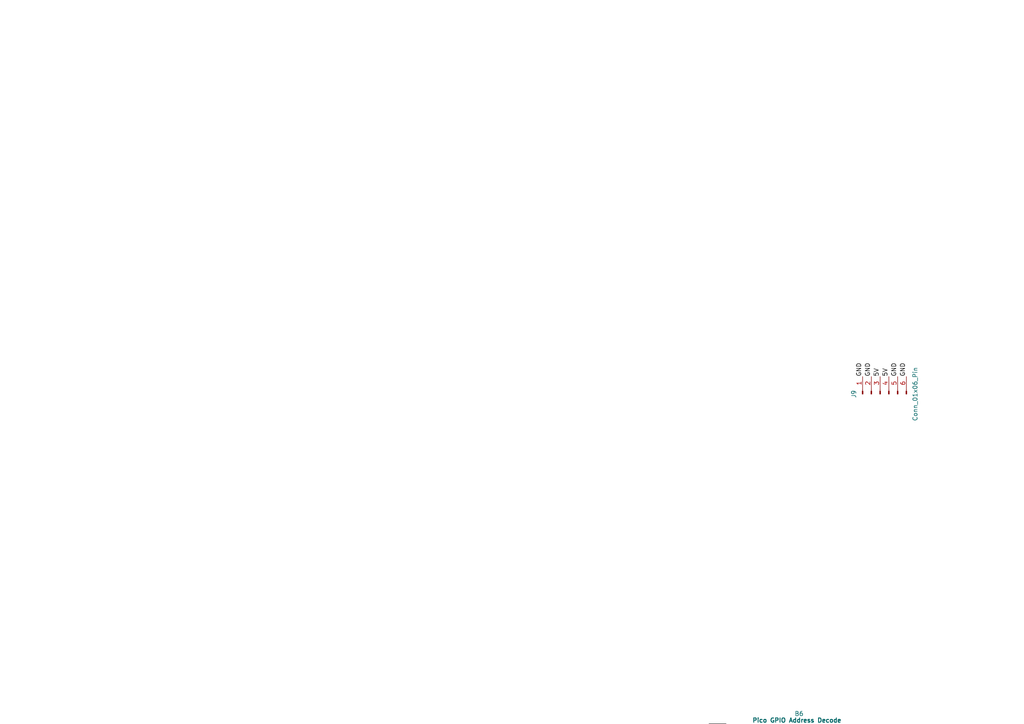
<source format=kicad_sch>
(kicad_sch (version 20231120) (generator "eeschema") (generator_version "8.0")
  (paper "A4")
  (lib_symbols
    (symbol "Connector:Conn_01x06_Pin" (pin_names (offset 1.016) hide)
      (property "Reference" "J" (at 0 7.62 0))
      (property "Value" "Conn_01x06_Pin" (at 0 -10.16 0))
      (symbol "Conn_01x06_Pin_1_1"
        (polyline (pts (xy 1.27 -7.62) (xy 0.8636 -7.62)) (stroke (width 0.1524)))
        (polyline (pts (xy 1.27 -5.08) (xy 0.8636 -5.08)) (stroke (width 0.1524)))
        (polyline (pts (xy 1.27 -2.54) (xy 0.8636 -2.54)) (stroke (width 0.1524)))
        (polyline (pts (xy 1.27 0) (xy 0.8636 0)) (stroke (width 0.1524)))
        (polyline (pts (xy 1.27 2.54) (xy 0.8636 2.54)) (stroke (width 0.1524)))
        (polyline (pts (xy 1.27 5.08) (xy 0.8636 5.08)) (stroke (width 0.1524)))
        (rectangle (start 0.8636 -7.493) (end 0 -7.747) (stroke (width 0.1524)) (fill (type outline)))
        (rectangle (start 0.8636 -4.953) (end 0 -5.207) (stroke (width 0.1524)) (fill (type outline)))
        (rectangle (start 0.8636 -2.413) (end 0 -2.667) (stroke (width 0.1524)) (fill (type outline)))
        (rectangle (start 0.8636 0.127) (end 0 -0.127) (stroke (width 0.1524)) (fill (type outline)))
        (rectangle (start 0.8636 2.667) (end 0 2.413) (stroke (width 0.1524)) (fill (type outline)))
        (rectangle (start 0.8636 5.207) (end 0 4.953) (stroke (width 0.1524)) (fill (type outline)))
        (pin passive line (at 5.08 5.08 180) (length 3.81) (name "Pin_1") (number "1"))
        (pin passive line (at 5.08 2.54 180) (length 3.81) (name "Pin_2") (number "2"))
        (pin passive line (at 5.08 0 180) (length 3.81) (name "Pin_3") (number "3"))
        (pin passive line (at 5.08 -2.54 180) (length 3.81) (name "Pin_4") (number "4"))
        (pin passive line (at 5.08 -5.08 180) (length 3.81) (name "Pin_5") (number "5"))
        (pin passive line (at 5.08 -7.62 180) (length 3.81) (name "Pin_6") (number "6"))
      )
    )
    (symbol "Connector:Conn_01x16_Pin" (pin_names (offset 1.016) hide)
      (property "Reference" "J" (at 0 20.32 0))
      (property "Value" "Conn_01x16_Pin" (at 0 -22.86 0))
      (symbol "Conn_01x16_Pin_1_1"
        (polyline (pts (xy 1.27 -20.32) (xy 0.8636 -20.32)) (stroke (width 0.1524)))
        (polyline (pts (xy 1.27 -17.78) (xy 0.8636 -17.78)) (stroke (width 0.1524)))
        (polyline (pts (xy 1.27 -15.24) (xy 0.8636 -15.24)) (stroke (width 0.1524)))
        (polyline (pts (xy 1.27 -12.7) (xy 0.8636 -12.7)) (stroke (width 0.1524)))
        (polyline (pts (xy 1.27 -10.16) (xy 0.8636 -10.16)) (stroke (width 0.1524)))
        (polyline (pts (xy 1.27 -7.62) (xy 0.8636 -7.62)) (stroke (width 0.1524)))
        (polyline (pts (xy 1.27 -5.08) (xy 0.8636 -5.08)) (stroke (width 0.1524)))
        (polyline (pts (xy 1.27 -2.54) (xy 0.8636 -2.54)) (stroke (width 0.1524)))
        (polyline (pts (xy 1.27 0) (xy 0.8636 0)) (stroke (width 0.1524)))
        (polyline (pts (xy 1.27 2.54) (xy 0.8636 2.54)) (stroke (width 0.1524)))
        (polyline (pts (xy 1.27 5.08) (xy 0.8636 5.08)) (stroke (width 0.1524)))
        (polyline (pts (xy 1.27 7.62) (xy 0.8636 7.62)) (stroke (width 0.1524)))
        (polyline (pts (xy 1.27 10.16) (xy 0.8636 10.16)) (stroke (width 0.1524)))
        (polyline (pts (xy 1.27 12.7) (xy 0.8636 12.7)) (stroke (width 0.1524)))
        (polyline (pts (xy 1.27 15.24) (xy 0.8636 15.24)) (stroke (width 0.1524)))
        (polyline (pts (xy 1.27 17.78) (xy 0.8636 17.78)) (stroke (width 0.1524)))
        (rectangle (start 0.8636 -20.193) (end 0 -20.447) (stroke (width 0.1524)) (fill (type outline)))
        (rectangle (start 0.8636 -17.653) (end 0 -17.907) (stroke (width 0.1524)) (fill (type outline)))
        (rectangle (start 0.8636 -15.113) (end 0 -15.367) (stroke (width 0.1524)) (fill (type outline)))
        (rectangle (start 0.8636 -12.573) (end 0 -12.827) (stroke (width 0.1524)) (fill (type outline)))
        (rectangle (start 0.8636 -10.033) (end 0 -10.287) (stroke (width 0.1524)) (fill (type outline)))
        (rectangle (start 0.8636 -7.493) (end 0 -7.747) (stroke (width 0.1524)) (fill (type outline)))
        (rectangle (start 0.8636 -4.953) (end 0 -5.207) (stroke (width 0.1524)) (fill (type outline)))
        (rectangle (start 0.8636 -2.413) (end 0 -2.667) (stroke (width 0.1524)) (fill (type outline)))
        (rectangle (start 0.8636 0.127) (end 0 -0.127) (stroke (width 0.1524)) (fill (type outline)))
        (rectangle (start 0.8636 2.667) (end 0 2.413) (stroke (width 0.1524)) (fill (type outline)))
        (rectangle (start 0.8636 5.207) (end 0 4.953) (stroke (width 0.1524)) (fill (type outline)))
        (rectangle (start 0.8636 7.747) (end 0 7.493) (stroke (width 0.1524)) (fill (type outline)))
        (rectangle (start 0.8636 10.287) (end 0 10.033) (stroke (width 0.1524)) (fill (type outline)))
        (rectangle (start 0.8636 12.827) (end 0 12.573) (stroke (width 0.1524)) (fill (type outline)))
        (rectangle (start 0.8636 15.367) (end 0 15.113) (stroke (width 0.1524)) (fill (type outline)))
        (rectangle (start 0.8636 17.907) (end 0 17.653) (stroke (width 0.1524)) (fill (type outline)))
        (pin passive line (at 5.08 17.78 180) (length 3.81) (name "Pin_1") (number "1"))
        (pin passive line (at 5.08 -5.08 180) (length 3.81) (name "Pin_10") (number "10"))
        (pin passive line (at 5.08 -7.62 180) (length 3.81) (name "Pin_11") (number "11"))
        (pin passive line (at 5.08 -10.16 180) (length 3.81) (name "Pin_12") (number "12"))
        (pin passive line (at 5.08 -12.7 180) (length 3.81) (name "Pin_13") (number "13"))
        (pin passive line (at 5.08 -15.24 180) (length 3.81) (name "Pin_14") (number "14"))
        (pin passive line (at 5.08 -17.78 180) (length 3.81) (name "Pin_15") (number "15"))
        (pin passive line (at 5.08 -20.32 180) (length 3.81) (name "Pin_16") (number "16"))
        (pin passive line (at 5.08 15.24 180) (length 3.81) (name "Pin_2") (number "2"))
        (pin passive line (at 5.08 12.7 180) (length 3.81) (name "Pin_3") (number "3"))
        (pin passive line (at 5.08 10.16 180) (length 3.81) (name "Pin_4") (number "4"))
        (pin passive line (at 5.08 7.62 180) (length 3.81) (name "Pin_5") (number "5"))
        (pin passive line (at 5.08 5.08 180) (length 3.81) (name "Pin_6") (number "6"))
        (pin passive line (at 5.08 2.54 180) (length 3.81) (name "Pin_7") (number "7"))
        (pin passive line (at 5.08 0 180) (length 3.81) (name "Pin_8") (number "8"))
        (pin passive line (at 5.08 -2.54 180) (length 3.81) (name "Pin_9") (number "9"))
      )
    )
    (symbol "HCP65:GPIO_16bit"
      (property "Reference" "B" (at 15.875 5.08 0))
      (property "Value" "GPIO 16bit" (at 15.24 3.175 0))
      (property "Description" "GPIO 16bit" (at 15.24 -25.4 0))
      (symbol "GPIO_16bit_0_1"
        (polyline (pts (xy 0 1.905) (xy 30.48 1.905) (xy 30.48 -52.07) (xy 0 -52.07) (xy 0 1.905)) (stroke (width 0.1524)) (fill (type background)))
      )
      (symbol "GPIO_16bit_1_0"
        (pin tri_state line (at 35.56 -30.48 180) (length 5.08) (name "GPIO8") (number "32"))
        (pin tri_state line (at 35.56 -33.02 180) (length 5.08) (name "GPIO9") (number "33"))
        (pin passive line (at 35.56 -7.62 180) (length 5.08) hide (name "GND") (number "34"))
        (pin tri_state line (at 35.56 -35.56 180) (length 5.08) (name "GPIO10") (number "35"))
        (pin tri_state line (at 35.56 -38.1 180) (length 5.08) (name "GPIO11") (number "36"))
        (pin tri_state line (at 35.56 -40.64 180) (length 5.08) (name "GPIO12") (number "37"))
        (pin tri_state line (at 35.56 -43.18 180) (length 5.08) (name "GPIO13") (number "38"))
        (pin tri_state line (at 35.56 -45.72 180) (length 5.08) (name "GPIO14") (number "39"))
      )
      (symbol "GPIO_16bit_1_1"
        (pin input line (at -5.08 -10.16 0) (length 5.08) (name "Read_GD__{0..7}") (number "1"))
        (pin tri_state line (at 11.43 -57.15 90) (length 5.08) (name "D5") (number "10"))
        (pin tri_state line (at 13.97 -57.15 90) (length 5.08) (name "D4") (number "11"))
        (pin tri_state line (at 16.51 -57.15 90) (length 5.08) (name "D3") (number "12"))
        (pin tri_state line (at 19.05 -57.15 90) (length 5.08) (name "D2") (number "13"))
        (pin passive line (at 35.56 -2.54 180) (length 5.08) hide (name "GND") (number "14"))
        (pin tri_state line (at 21.59 -57.15 90) (length 5.08) (name "D1") (number "15"))
        (pin tri_state line (at 24.13 -57.15 90) (length 5.08) (name "D0") (number "16"))
        (pin input line (at -5.08 -15.24 0) (length 5.08) (name "Write_GD__{0..7}") (number "17"))
        (pin input line (at -5.08 -17.78 0) (length 5.08) (name "Write_GD__{8..15}") (number "18"))
        (pin input line (at -5.08 -20.32 0) (length 5.08) (name "Write_OE__{0..7}") (number "19"))
        (pin input line (at -5.08 -12.7 0) (length 5.08) (name "Read_GD__{8..15}") (number "2"))
        (pin input line (at -5.08 -22.86 0) (length 5.08) (name "Write_OE__{8..15}") (number "20"))
        (pin no_connect line (at -5.08 -43.18 0) (length 5.08) hide (name "N.C.") (number "21"))
        (pin tri_state line (at 35.56 -10.16 180) (length 5.08) (name "GPIO0") (number "22"))
        (pin passive line (at -5.08 -48.26 0) (length 5.08) hide (name "5V") (number "23"))
        (pin tri_state line (at 35.56 -12.7 180) (length 5.08) (name "GPIO1") (number "24"))
        (pin tri_state line (at 35.56 -15.24 180) (length 5.08) (name "GPIO2") (number "25"))
        (pin tri_state line (at 35.56 -17.78 180) (length 5.08) (name "GPIO3") (number "26"))
        (pin passive line (at 35.56 -5.08 180) (length 5.08) hide (name "GND") (number "27"))
        (pin tri_state line (at 35.56 -20.32 180) (length 5.08) (name "GPIO4") (number "28"))
        (pin tri_state line (at 35.56 -22.86 180) (length 5.08) (name "GPIO5") (number "29"))
        (pin passive line (at -5.08 -45.72 0) (length 5.08) hide (name "5V") (number "3"))
        (pin tri_state line (at 35.56 -25.4 180) (length 5.08) (name "GPIO6") (number "30"))
        (pin tri_state line (at 35.56 -27.94 180) (length 5.08) (name "GPIO7") (number "31"))
        (pin input line (at -5.08 -2.54 0) (length 5.08) (name "Read") (number "4"))
        (pin tri_state line (at 35.56 -48.26 180) (length 5.08) (name "GPIO15") (number "40"))
        (pin input line (at -5.08 -5.08 0) (length 5.08) (name "Write") (number "5"))
        (pin input line (at -5.08 0 0) (length 5.08) (name "Enable") (number "6"))
        (pin passive line (at 35.56 0 180) (length 5.08) hide (name "GND") (number "7"))
        (pin tri_state line (at 6.35 -57.15 90) (length 5.08) (name "D7") (number "8"))
        (pin tri_state line (at 8.89 -57.15 90) (length 5.08) (name "D6") (number "9"))
      )
    )
    (symbol "HCP65:Pico_GPIO_Address_Decode"
      (property "Reference" "B" (at 15.875 5.08 0))
      (property "Value" "Pico GPIO Address Decode" (at 15.24 3.175 0))
      (property "Description" "Pico GPIO Address Decode" (at 15.24 -30.48 0))
      (symbol "Pico_GPIO_Address_Decode_0_1"
        (polyline (pts (xy 0 1.905) (xy 30.48 1.905) (xy 30.48 -75.565) (xy 0 -75.565) (xy 0 1.905)) (stroke (width 0.1524)) (fill (type background)))
      )
      (symbol "Pico_GPIO_Address_Decode_1_0"
        (pin output line (at 35.56 -73.66 180) (length 5.08) (name "Read_GD__{0..7}") (number "32"))
        (pin output line (at 35.56 -71.12 180) (length 5.08) (name "Read_GD__{8..15}") (number "33"))
        (pin output line (at 35.56 -68.58 180) (length 5.08) (name "Read_GD__{16..23}") (number "34"))
        (pin output line (at 35.56 -66.04 180) (length 5.08) (name "Read_GD__{24..31}") (number "35"))
        (pin output line (at 35.56 -63.5 180) (length 5.08) (name "Read_GD__{32..39}") (number "36"))
        (pin output line (at 35.56 -60.96 180) (length 5.08) (name "Read_GD__{40..47}") (number "37"))
        (pin output line (at 35.56 -58.42 180) (length 5.08) (name "Read_GD__{48..55}") (number "38"))
        (pin output line (at 35.56 -55.88 180) (length 5.08) (name "Read_GD__{56..63}") (number "39"))
      )
      (symbol "Pico_GPIO_Address_Decode_1_1"
        (pin input line (at -5.08 0 0) (length 5.08) (name "~{Reset}") (number "1"))
        (pin output line (at 35.56 -10.16 180) (length 5.08) (name "Write_OE__{56..63}") (number "10"))
        (pin output line (at 35.56 -12.7 180) (length 5.08) (name "Write_OE__{48..55}") (number "11"))
        (pin output line (at 35.56 -15.24 180) (length 5.08) (name "Write_OE__{40..47}") (number "12"))
        (pin output line (at 35.56 -17.78 180) (length 5.08) (name "Write_OE__{32..39}") (number "13"))
        (pin output line (at 35.56 -20.32 180) (length 5.08) (name "Write_OE__{24..31}") (number "14"))
        (pin output line (at 35.56 -22.86 180) (length 5.08) (name "Write_OE__{16..23}") (number "15"))
        (pin output line (at 35.56 -25.4 180) (length 5.08) (name "Write_OE__{8..15}") (number "16"))
        (pin output line (at 35.56 -27.94 180) (length 5.08) (name "Write_OE__{0..7}") (number "17"))
        (pin no_connect line (at -5.08 -68.58 0) (length 5.08) hide (name "N.C.") (number "18"))
        (pin input line (at -5.08 -17.78 0) (length 5.08) (name "Write_Enable") (number "19"))
        (pin no_connect line (at -5.08 -63.5 0) (length 5.08) hide (name "N.C.") (number "2"))
        (pin passive line (at -5.08 -73.66 0) (length 5.08) (name "3.3V") (number "20"))
        (pin passive line (at 35.56 0 180) (length 5.08) (name "GND") (number "21"))
        (pin output line (at 35.56 -5.08 180) (length 5.08) (name "Enable") (number "22"))
        (pin no_connect line (at -5.08 -71.12 0) (length 5.08) hide (name "N.C.") (number "23"))
        (pin output line (at 35.56 -50.8 180) (length 5.08) (name "Write_GD__{0..7}") (number "24"))
        (pin output line (at 35.56 -48.26 180) (length 5.08) (name "Write_GD__{8..15}") (number "25"))
        (pin output line (at 35.56 -45.72 180) (length 5.08) (name "Write_GD__{16..23}") (number "26"))
        (pin output line (at 35.56 -43.18 180) (length 5.08) (name "Write_GD__{24..31}") (number "27"))
        (pin output line (at 35.56 -40.64 180) (length 5.08) (name "Write_GD__{32..39}") (number "28"))
        (pin output line (at 35.56 -38.1 180) (length 5.08) (name "Write_GD__{40..47}") (number "29"))
        (pin input line (at -5.08 -2.54 0) (length 5.08) (name "A_{Enable}") (number "3"))
        (pin output line (at 35.56 -35.56 180) (length 5.08) (name "Write_GD__{48..55}") (number "30"))
        (pin output line (at 35.56 -33.02 180) (length 5.08) (name "Write_GD__{56..63}") (number "31"))
        (pin input line (at -5.08 -5.08 0) (length 5.08) (name "A4") (number "4"))
        (pin passive line (at 35.56 -2.54 180) (length 5.08) (name "GND") (number "40"))
        (pin input line (at -5.08 -7.62 0) (length 5.08) (name "A3") (number "5"))
        (pin input line (at -5.08 -10.16 0) (length 5.08) (name "A2") (number "6"))
        (pin input line (at -5.08 -12.7 0) (length 5.08) (name "A1") (number "7"))
        (pin input line (at -5.08 -15.24 0) (length 5.08) (name "A0") (number "8"))
        (pin no_connect line (at -5.08 -66.04 0) (length 5.08) hide (name "N.C.") (number "9"))
      )
    )
    (symbol "HCP65:Pico_Power"
      (property "Reference" "B" (at 15.875 5.08 0))
      (property "Value" "Pico (Power)" (at 15.24 3.175 0))
      (property "Description" "Pico (Power)" (at 14.605 -12.7 0))
      (symbol "Pico_Power_0_1"
        (polyline (pts (xy 0 1.905) (xy 30.48 1.905) (xy 30.48 -65.405) (xy 0 -65.405) (xy 0 1.905)) (stroke (width 0.1524)) (fill (type background)))
      )
      (symbol "Pico_Power_1_0"
        (pin tri_state line (at -5.08 -50.8 0) (length 5.08) (name "GPIO20") (number "32"))
        (pin tri_state line (at -5.08 -48.26 0) (length 5.08) (name "GPIO19") (number "33"))
        (pin passive line (at 35.56 -7.62 180) (length 5.08) (name "GND") (number "34"))
        (pin tri_state line (at -5.08 -45.72 0) (length 5.08) (name "GPIO18") (number "35"))
        (pin no_connect line (at 35.56 -60.96 180) (length 5.08) hide (name "N.C.") (number "36"))
        (pin passive line (at 35.56 -20.32 180) (length 5.08) (name "A_GND") (number "37"))
        (pin passive line (at 35.56 -30.48 180) (length 5.08) (name "3.3V") (number "38"))
        (pin no_connect line (at 35.56 -63.5 180) (length 5.08) hide (name "N.C.") (number "39"))
      )
      (symbol "Pico_Power_1_1"
        (pin tri_state line (at -5.08 0 0) (length 5.08) (name "GPIO0") (number "1"))
        (pin tri_state line (at -5.08 -20.32 0) (length 5.08) (name "GPIO8") (number "10"))
        (pin tri_state line (at -5.08 -22.86 0) (length 5.08) (name "GPIO9") (number "11"))
        (pin tri_state line (at -5.08 -25.4 0) (length 5.08) (name "GPIO10") (number "12"))
        (pin tri_state line (at -5.08 -27.94 0) (length 5.08) (name "GPIO11") (number "13"))
        (pin passive line (at 35.56 -2.54 180) (length 5.08) (name "GND") (number "14"))
        (pin tri_state line (at -5.08 -30.48 0) (length 5.08) (name "GPIO12") (number "15"))
        (pin tri_state line (at -5.08 -33.02 0) (length 5.08) (name "GPIO13") (number "16"))
        (pin tri_state line (at -5.08 -35.56 0) (length 5.08) (name "GPIO14") (number "17"))
        (pin tri_state line (at -5.08 -38.1 0) (length 5.08) (name "GPIO15") (number "18"))
        (pin tri_state line (at -5.08 -40.64 0) (length 5.08) (name "GPIO16") (number "19"))
        (pin tri_state line (at -5.08 -2.54 0) (length 5.08) (name "GPIO1") (number "2"))
        (pin tri_state line (at -5.08 -43.18 0) (length 5.08) (name "GPIO17") (number "20"))
        (pin no_connect line (at 35.56 -55.88 180) (length 5.08) hide (name "N.C.") (number "21"))
        (pin passive line (at 35.56 -17.78 180) (length 5.08) (name "ADC_VREF") (number "22"))
        (pin passive line (at 35.56 -27.94 180) (length 5.08) (name "5V") (number "23"))
        (pin no_connect line (at 35.56 -58.42 180) (length 5.08) hide (name "N.C.") (number "24"))
        (pin output line (at 35.56 -12.7 180) (length 5.08) (name "~{Reset}") (number "25"))
        (pin tri_state line (at -5.08 -63.5 0) (length 5.08) (name "GPIO28") (number "26"))
        (pin passive line (at 35.56 -5.08 180) (length 5.08) (name "GND") (number "27"))
        (pin tri_state line (at -5.08 -60.96 0) (length 5.08) (name "GPIO27") (number "28"))
        (pin tri_state line (at -5.08 -58.42 0) (length 5.08) (name "GPIO26") (number "29"))
        (pin tri_state line (at -5.08 -5.08 0) (length 5.08) (name "GPIO2") (number "3"))
        (pin tri_state line (at -5.08 -55.88 0) (length 5.08) (name "GPIO22") (number "30"))
        (pin tri_state line (at -5.08 -53.34 0) (length 5.08) (name "GPIO21") (number "31"))
        (pin tri_state line (at -5.08 -7.62 0) (length 5.08) (name "GPIO3") (number "4"))
        (pin passive line (at 35.56 -25.4 180) (length 5.08) (name "12V") (number "40"))
        (pin tri_state line (at -5.08 -10.16 0) (length 5.08) (name "GPIO4") (number "5"))
        (pin tri_state line (at -5.08 -12.7 0) (length 5.08) (name "GPIO5") (number "6"))
        (pin passive line (at 35.56 0 180) (length 5.08) (name "GND") (number "7"))
        (pin tri_state line (at -5.08 -15.24 0) (length 5.08) (name "GPIO6") (number "8"))
        (pin tri_state line (at -5.08 -17.78 0) (length 5.08) (name "GPIO7") (number "9"))
      )
    )
  )
  (no_connect (at 134.62 217.17))
  (no_connect (at 175.26 234.95))
  (no_connect (at 134.62 224.79))
  (no_connect (at 134.62 219.71))
  (no_connect (at 134.62 227.33))
  (no_connect (at 134.62 222.25))
  (no_connect (at 134.62 232.41))
  (no_connect (at 175.26 237.49))
  (no_connect (at 134.62 234.95))
  (no_connect (at 134.62 229.87))
  (no_connect (at 175.26 242.57))
  (no_connect (at 134.62 257.81))
  (wire (pts (xy 353.06 191.77) (xy 373.38 191.77)))
  (wire (pts (xy 354.33 328.93) (xy 374.65 328.93)))
  (wire (pts (xy 354.33 273.05) (xy 374.65 273.05)))
  (wire (pts (xy 354.33 285.75) (xy 374.65 285.75)))
  (wire (pts (xy 353.06 123.19) (xy 373.38 123.19)))
  (wire (pts (xy 353.06 125.73) (xy 373.38 125.73)))
  (wire (pts (xy 353.06 146.05) (xy 373.38 146.05)))
  (wire (pts (xy 354.33 278.13) (xy 374.65 278.13)))
  (wire (pts (xy 353.06 217.17) (xy 373.38 217.17)))
  (wire (pts (xy 354.33 283.21) (xy 374.65 283.21)))
  (wire (pts (xy 353.06 196.85) (xy 373.38 196.85)))
  (wire (pts (xy 354.33 336.55) (xy 374.65 336.55)))
  (wire (pts (xy 354.33 339.09) (xy 374.65 339.09)))
  (wire (pts (xy 354.33 344.17) (xy 374.65 344.17)))
  (wire (pts (xy 354.33 334.01) (xy 374.65 334.01)))
  (wire (pts (xy 353.06 140.97) (xy 373.38 140.97)))
  (wire (pts (xy 353.06 181.61) (xy 373.38 181.61)))
  (wire (pts (xy 353.06 214.63) (xy 373.38 214.63)))
  (wire (pts (xy 353.06 194.31) (xy 373.38 194.31)))
  (wire (pts (xy 354.33 349.25) (xy 374.65 349.25)))
  (wire (pts (xy 353.06 212.09) (xy 373.38 212.09)))
  (wire (pts (xy 353.06 148.59) (xy 373.38 148.59)))
  (wire (pts (xy 353.06 110.49) (xy 373.38 110.49)))
  (wire (pts (xy 354.33 275.59) (xy 374.65 275.59)))
  (wire (pts (xy 354.33 265.43) (xy 374.65 265.43)))
  (wire (pts (xy 354.33 331.47) (xy 374.65 331.47)))
  (wire (pts (xy 353.06 118.11) (xy 373.38 118.11)))
  (wire (pts (xy 354.33 255.27) (xy 374.65 255.27)))
  (wire (pts (xy 354.33 250.19) (xy 374.65 250.19)))
  (wire (pts (xy 354.33 318.77) (xy 374.65 318.77)))
  (wire (pts (xy 354.33 321.31) (xy 374.65 321.31)))
  (wire (pts (xy 354.33 252.73) (xy 374.65 252.73)))
  (wire (pts (xy 353.06 113.03) (xy 373.38 113.03)))
  (wire (pts (xy 353.06 186.69) (xy 373.38 186.69)))
  (wire (pts (xy 354.33 257.81) (xy 374.65 257.81)))
  (wire (pts (xy 353.06 184.15) (xy 373.38 184.15)))
  (wire (pts (xy 354.33 341.63) (xy 374.65 341.63)))
  (wire (pts (xy 353.06 130.81) (xy 373.38 130.81)))
  (wire (pts (xy 354.33 270.51) (xy 374.65 270.51)))
  (wire (pts (xy 353.06 135.89) (xy 373.38 135.89)))
  (wire (pts (xy 353.06 201.93) (xy 373.38 201.93)))
  (wire (pts (xy 354.33 267.97) (xy 374.65 267.97)))
  (wire (pts (xy 353.06 120.65) (xy 373.38 120.65)))
  (wire (pts (xy 353.06 115.57) (xy 373.38 115.57)))
  (wire (pts (xy 353.06 207.01) (xy 373.38 207.01)))
  (wire (pts (xy 354.33 280.67) (xy 374.65 280.67)))
  (wire (pts (xy 354.33 326.39) (xy 374.65 326.39)))
  (wire (pts (xy 353.06 204.47) (xy 373.38 204.47)))
  (wire (pts (xy 354.33 247.65) (xy 374.65 247.65)))
  (wire (pts (xy 353.06 179.07) (xy 373.38 179.07)))
  (wire (pts (xy 354.33 260.35) (xy 374.65 260.35)))
  (wire (pts (xy 353.06 138.43) (xy 373.38 138.43)))
  (wire (pts (xy 354.33 346.71) (xy 374.65 346.71)))
  (wire (pts (xy 354.33 351.79) (xy 374.65 351.79)))
  (wire (pts (xy 354.33 262.89) (xy 374.65 262.89)))
  (wire (pts (xy 353.06 199.39) (xy 373.38 199.39)))
  (wire (pts (xy 354.33 323.85) (xy 374.65 323.85)))
  (wire (pts (xy 353.06 133.35) (xy 373.38 133.35)))
  (wire (pts (xy 354.33 316.23) (xy 374.65 316.23)))
  (wire (pts (xy 353.06 128.27) (xy 373.38 128.27)))
  (wire (pts (xy 353.06 143.51) (xy 373.38 143.51)))
  (wire (pts (xy 353.06 189.23) (xy 373.38 189.23)))
  (wire (pts (xy 353.06 209.55) (xy 373.38 209.55)))
  (wire (pts (xy 354.33 354.33) (xy 374.65 354.33)))
  (label "D0" (at 134.62 260.35 180))
  (label "GND" (at 175.26 222.25 0))
  (label "GPIO49" (at 354.33 318.77 0))
  (label "GPIO50" (at 354.33 321.31 0))
  (label "Enable" (at 312.42 100.33 180))
  (label "GPIO13" (at 353.06 143.51 0))
  (label "Write OE _{8..15}" (at 312.42 123.19 180))
  (label "D2" (at 337.82 363.22 270))
  (label "Write GD _{0..7}" (at 312.42 115.57 180))
  (label "Write GD _{40..47}" (at 313.69 255.27 180))
  (label "GPIO36" (at 354.33 257.81 0))
  (label "Read GD _{8..15}" (at 251.46 283.21 0))
  (label "5V" (at 313.69 354.33 180))
  (label "GPIO38" (at 354.33 262.89 0))
  (label "Write GD _{8..15}" (at 312.42 118.11 180))
  (label "GPIO32" (at 354.33 247.65 0))
  (label "GPIO2" (at 353.06 115.57 0))
  (label "GND" (at 354.33 242.57 0))
  (label "GND" (at 252.73 109.22 90))
  (label "D3" (at 134.62 267.97 180))
  (label "GND" (at 262.89 109.22 90))
  (label "GPIO1" (at 353.06 113.03 0))
  (label "Read GPIO _{ALL}" (at 313.69 308.61 180))
  (label "GPIO56" (at 354.33 336.55 0))
  (label "GND" (at 354.33 240.03 0))
  (label "Write GD _{8..15}" (at 251.46 260.35 0))
  (label "Enable" (at 312.42 168.91 180))
  (label "Read GD _{56..63}" (at 313.69 318.77 180))
  (label "A2" (at 134.62 245.11 180))
  (label "GPIO7" (at 353.06 128.27 0))
  (label "D0" (at 342.9 363.22 270))
  (label "GPIO53" (at 354.33 328.93 0))
  (label "Read GD _{16..23}" (at 312.42 179.07 180))
  (label "D4" (at 332.74 363.22 270))
  (label "GPIO16" (at 353.06 179.07 0))
  (label "A4" (at 134.62 250.19 180))
  (label "5V" (at 312.42 217.17 180))
  (label "Write OE _{48..55}" (at 313.69 326.39 180))
  (label "D3" (at 334.01 157.48 270))
  (label "Read GD _{40..47}" (at 251.46 273.05 0))
  (label "D5" (at 330.2 363.22 270))
  (label "5V" (at 175.26 245.11 0))
  (label "Write OE _{8..15}" (at 251.46 237.49 0))
  (label "Write GD _{32..39}" (at 313.69 252.73 180))
  (label "GPIO51" (at 354.33 323.85 0))
  (label "GPIO0" (at 353.06 110.49 0))
  (label "GPIO57" (at 354.33 339.09 0))
  (label "GPIO5" (at 353.06 123.19 0))
  (label "GPIO12" (at 353.06 140.97 0))
  (label "5V" (at 313.69 283.21 180))
  (label "Write OE _{24..31}" (at 251.46 232.41 0))
  (label "GPIO43" (at 354.33 275.59 0))
  (label "GPIO24" (at 353.06 199.39 0))
  (label "Write GD _{56..63}" (at 251.46 245.11 0))
  (label "5V" (at 313.69 285.75 180))
  (label "Write GD _{24..31}" (at 312.42 186.69 180))
  (label "GPIO14" (at 353.06 146.05 0))
  (label "GPIO37" (at 354.33 260.35 0))
  (label "GND" (at 251.46 214.63 0))
  (label "Write GD _{48..55}" (at 313.69 321.31 180))
  (label "Read GD _{56..63}" (at 251.46 267.97 0))
  (label "D4" (at 331.47 226.06 270))
  (label "GPIO6" (at 353.06 125.73 0))
  (label "D7" (at 134.62 278.13 180))
  (label "5V" (at 312.42 214.63 180))
  (label "Write OE _{40..47}" (at 313.69 260.35 180))
  (label "Write OE _{32..39}" (at 313.69 257.81 180))
  (label "GND" (at 353.06 102.87 0))
  (label "GPIO11" (at 353.06 138.43 0))
  (label "GND" (at 354.33 308.61 0))
  (label "GPIO59" (at 354.33 344.17 0))
  (label "D2" (at 336.55 226.06 270))
  (label "Read GD _{48..55}" (at 313.69 316.23 180))
  (label "GPIO61" (at 354.33 349.25 0))
  (label "GPIO33" (at 354.33 250.19 0))
  (label "GPIO29" (at 353.06 212.09 0))
  (label "Read GPIO _{ALL}" (at 312.42 102.87 180))
  (label "D6" (at 327.66 363.22 270))
  (label "GPIO30" (at 353.06 214.63 0))
  (label "Read GPIO _{ALL}" (at 134.62 252.73 180))
  (label "D0" (at 342.9 294.64 270))
  (label "Write GD _{0..7}" (at 251.46 262.89 0))
  (label "A4" (at 210.82 217.17 180))
  (label "D7" (at 325.12 363.22 270))
  (label "Write OE _{16..23}" (at 251.46 234.95 0))
  (label "Write GPIO _{ALL}" (at 313.69 311.15 180))
  (label "Read GD _{8..15}" (at 312.42 113.03 180))
  (label "D7" (at 323.85 226.06 270))
  (label "D5" (at 328.93 226.06 270))
  (label "GPIO35" (at 354.33 255.27 0))
  (label "GND" (at 353.06 105.41 0))
  (label "D1" (at 340.36 363.22 270))
  (label "GPIO40" (at 354.33 267.97 0))
  (label "Read GD _{24..31}" (at 312.42 181.61 180))
  (label "5V" (at 312.42 148.59 180))
  (label "D6" (at 327.66 294.64 270))
  (label "5V" (at 257.81 109.22 90))
  (label "GND" (at 354.33 311.15 0))
  (label "D5" (at 328.93 157.48 270))
  (label "GND" (at 353.06 107.95 0))
  (label "D5" (at 330.2 294.64 270))
  (label "GPIO22" (at 353.06 194.31 0))
  (label "D3" (at 334.01 226.06 270))
  (label "GPIO63" (at 354.33 354.33 0))
  (label "GND" (at 353.06 168.91 0))
  (label "D0" (at 341.63 157.48 270))
  (label "GND" (at 175.26 219.71 0))
  (label "Write GD _{48..55}" (at 251.46 247.65 0))
  (label "Write OE _{0..7}" (at 312.42 120.65 180))
  (label "3.3V" (at 210.82 285.75 180))
  (label "Read GD _{24..31}" (at 251.46 278.13 0))
  (label "GPIO31" (at 353.06 217.17 0))
  (label "GPIO39" (at 354.33 265.43 0))
  (label "Write GPIO _{ALL}" (at 134.62 255.27 180))
  (label "GND" (at 260.35 109.22 90))
  (label "D1" (at 339.09 226.06 270))
  (label "Read GD _{40..47}" (at 313.69 250.19 180))
  (label "A_{Enable}" (at 134.62 237.49 180))
  (label "D2" (at 336.55 157.48 270))
  (label "GPIO10" (at 353.06 135.89 0))
  (label "GPIO41" (at 354.33 270.51 0))
  (label "GPIO9" (at 353.06 133.35 0))
  (label "Read GD _{32..39}" (at 251.46 275.59 0))
  (label "D6" (at 326.39 226.06 270))
  (label "GND" (at 175.26 217.17 0))
  (label "GND" (at 353.06 176.53 0))
  (label "GPIO45" (at 354.33 280.67 0))
  (label "Write Enable" (at 134.62 280.67 180))
  (label "GPIO17" (at 353.06 181.61 0))
  (label "Write GD _{40..47}" (at 251.46 250.19 0))
  (label "A3" (at 210.82 219.71 180))
  (label "Read GPIO _{ALL}" (at 313.69 240.03 180))
  (label "D1" (at 134.62 262.89 180))
  (label "D1" (at 339.09 157.48 270))
  (label "GPIO54" (at 354.33 331.47 0))
  (label "D3" (at 335.28 294.64 270))
  (label "GND" (at 354.33 306.07 0))
  (label "GPIO25" (at 353.06 201.93 0))
  (label "3.3V" (at 175.26 247.65 0))
  (label "GPIO20" (at 353.06 189.23 0))
  (label "GPIO27" (at 353.06 207.01 0))
  (label "D0" (at 341.63 226.06 270))
  (label "A0" (at 210.82 227.33 180))
  (label "GPIO58" (at 354.33 341.63 0))
  (label "Write OE _{24..31}" (at 312.42 191.77 180))
  (label "D7" (at 323.85 157.48 270))
  (label "Write GD _{56..63}" (at 313.69 323.85 180))
  (label "GPIO55" (at 354.33 334.01 0))
  (label "Write GD _{32..39}" (at 251.46 252.73 0))
  (label "GPIO34" (at 354.33 252.73 0))
  (label "Write OE _{56..63}" (at 313.69 328.93 180))
  (label "D2" (at 134.62 265.43 180))
  (label "GPIO60" (at 354.33 346.71 0))
  (label "Write OE _{16..23}" (at 312.42 189.23 180))
  (label "Write OE _{0..7}" (at 251.46 240.03 0))
  (label "GPIO62" (at 354.33 351.79 0))
  (label "GPIO26" (at 353.06 204.47 0))
  (label "GND" (at 353.06 173.99 0))
  (label "D4" (at 332.74 294.64 270))
  (label "Write GPIO _{ALL}" (at 313.69 242.57 180))
  (label "GND" (at 354.33 237.49 0))
  (label "GPIO44" (at 354.33 278.13 0))
  (label "GPIO3" (at 353.06 118.11 0))
  (label "Write GPIO _{ALL}" (at 312.42 105.41 180))
  (label "Read GD _{16..23}" (at 251.46 280.67 0))
  (label "~{Reset}" (at 175.26 229.87 0))
  (label "GPIO28" (at 353.06 209.55 0))
  (label "D6" (at 326.39 157.48 270))
  (label "GPIO23" (at 353.06 196.85 0))
  (label "D5" (at 134.62 273.05 180))
  (label "5V" (at 312.42 146.05 180))
  (label "Write GD _{16..23}" (at 312.42 184.15 180))
  (label "GND" (at 175.26 224.79 0))
  (label "GND" (at 353.06 171.45 0))
  (label "D4" (at 134.62 270.51 180))
  (label "Read GD _{0..7}" (at 251.46 285.75 0))
  (label "GPIO15" (at 353.06 148.59 0))
  (label "D7" (at 325.12 294.64 270))
  (label "D6" (at 134.62 275.59 180))
  (label "D4" (at 331.47 157.48 270))
  (label "Write GD _{16..23}" (at 251.46 257.81 0))
  (label "GND" (at 353.06 100.33 0))
  (label "Write OE _{32..39}" (at 251.46 229.87 0))
  (label "Write GPIO _{ALL}" (at 312.42 173.99 180))
  (label "~{Reset}" (at 210.82 212.09 180))
  (label "GPIO19" (at 353.06 186.69 0))
  (label "A1" (at 134.62 242.57 180))
  (label "D3" (at 335.28 363.22 270))
  (label "GND" (at 354.33 245.11 0))
  (label "GND" (at 250.19 109.22 90))
  (label "Write GD _{24..31}" (at 251.46 255.27 0))
  (label "Write OE _{48..55}" (at 251.46 224.79 0))
  (label "Read GD _{48..55}" (at 251.46 270.51 0))
  (label "A3" (at 134.62 247.65 180))
  (label "GND" (at 354.33 313.69 0))
  (label "Write OE _{40..47}" (at 251.46 227.33 0))
  (label "GPIO21" (at 353.06 191.77 0))
  (label "Read GD _{32..39}" (at 313.69 247.65 180))
  (label "GND" (at 251.46 212.09 0))
  (label "A2" (at 210.82 222.25 180))
  (label "GPIO52" (at 354.33 326.39 0))
  (label "A0" (at 134.62 240.03 180))
  (label "GPIO42" (at 354.33 273.05 0))
  (label "GPIO18" (at 353.06 184.15 0))
  (label "5V" (at 255.27 109.22 90))
  (label "GPIO47" (at 354.33 285.75 0))
  (label "Write Enable" (at 210.82 229.87 180))
  (label "D1" (at 340.36 294.64 270))
  (label "GPIO8" (at 353.06 130.81 0))
  (label "Read GD _{0..7}" (at 312.42 110.49 180))
  (label "5V" (at 313.69 351.79 180))
  (label "A_{Enable}" (at 210.82 214.63 180))
  (label "GPIO48" (at 354.33 316.23 0))
  (label "A1" (at 210.82 224.79 180))
  (label "GPIO4" (at 353.06 120.65 0))
  (label "GPIO46" (at 354.33 283.21 0))
  (label "Enable" (at 313.69 237.49 180))
  (label "Read GPIO _{ALL}" (at 312.42 171.45 180))
  (label "D2" (at 337.82 294.64 270))
  (label "Enable" (at 251.46 217.17 0))
  (label "Write OE _{56..63}" (at 251.46 222.25 0))
  (label "Enable" (at 313.69 306.07 180))
  (symbol (lib_id "Connector:Conn_01x16_Pin") (at 379.73 265.43 0) (mirror y) (unit 1)
    (property "Reference" "J6" (at 379.73 245.11 0))
    (property "Value" "Conn_01x16_Pin" (at 379.73 288.29 0))
    (property "Footprint" "Connector_PinHeader_2.54mm:PinHeader_1x16_P2.54mm_Vertical" (effects (hide yes)))
    (property "Description" "Generic connector, single row, 01x16, script generated" (effects (hide yes)))
  )
  (symbol (lib_id "HCP65:Pico_GPIO_Address_Decode") (at 215.9 212.09 0) (unit 1)
    (property "Reference" "B6" (at 231.775 207.01 0))
    (property "Value" "Pico GPIO Address Decode" (at 231.14 208.915 0) (effects (font (bold yes))))
    (property "Footprint" "HCP65_Parts:HCP65_Pico_GPIO_Address_Decode" (effects (hide yes)))
    (property "Description" "Pico GPIO Address Decode" (at 231.14 242.57 0))
    (property "Silkscreen" "GPIO Address Decode" (effects (hide yes)))
    (property "Garbage" "Pico GPIO Address Decode" (effects (hide yes)))
  )
  (symbol (lib_id "Connector:Conn_01x16_Pin") (at 378.46 128.27 0) (mirror y) (unit 1)
    (property "Reference" "J4" (at 378.46 107.95 0))
    (property "Value" "Conn_01x16_Pin" (at 378.46 151.13 0))
    (property "Footprint" "Connector_PinHeader_2.54mm:PinHeader_1x16_P2.54mm_Vertical" (effects (hide yes)))
    (property "Description" "Generic connector, single row, 01x16, script generated" (effects (hide yes)))
  )
  (symbol (lib_id "Connector:Conn_01x16_Pin") (at 378.46 196.85 0) (mirror y) (unit 1)
    (property "Reference" "J5" (at 378.46 176.53 0))
    (property "Value" "Conn_01x16_Pin" (at 378.46 219.71 0))
    (property "Footprint" "Connector_PinHeader_2.54mm:PinHeader_1x16_P2.54mm_Vertical" (effects (hide yes)))
    (property "Description" "Generic connector, single row, 01x16, script generated" (effects (hide yes)))
  )
  (symbol (lib_id "Connector:Conn_01x06_Pin") (at 255.27 114.3 90) (unit 1)
    (property "Reference" "J9" (at 247.65 114.3 0))
    (property "Value" "Conn_01x06_Pin" (at 265.43 114.3 0))
    (property "Footprint" "Connector_PinHeader_2.54mm:PinHeader_1x06_P2.54mm_Vertical" (effects (hide yes)))
    (property "Description" "Generic connector, single row, 01x06, script generated" (effects (hide yes)))
  )
  (symbol (lib_id "HCP65:GPIO_16bit") (at 317.5 168.91 0) (unit 1)
    (property "Reference" "B2" (at 333.375 163.83 0))
    (property "Value" "GPIO 16bit" (at 332.74 165.735 0) (effects (font (bold yes))))
    (property "Footprint" "HCP65_Parts:HCP65_GPIO_16bit" (effects (hide yes)))
    (property "Description" "GPIO 16bit" (at 332.74 194.31 0))
    (property "Silkscreen" "GPIO 16bit" (effects (hide yes)))
    (property "Garbage" "GPIO 16bit" (effects (hide yes)))
  )
  (symbol (lib_id "HCP65:GPIO_16bit") (at 317.5 100.33 0) (unit 1)
    (property "Reference" "B1" (at 333.375 95.25 0))
    (property "Value" "GPIO 16bit" (at 332.74 97.155 0) (effects (font (bold yes))))
    (property "Footprint" "HCP65_Parts:HCP65_GPIO_16bit" (effects (hide yes)))
    (property "Description" "GPIO 16bit" (at 332.74 125.73 0))
    (property "Silkscreen" "GPIO 16bit" (effects (hide yes)))
    (property "Garbage" "GPIO 16bit" (effects (hide yes)))
  )
  (symbol (lib_id "HCP65:GPIO_16bit") (at 318.77 306.07 0) (unit 1)
    (property "Reference" "B4" (at 334.645 300.99 0))
    (property "Value" "GPIO 16bit" (at 334.01 302.895 0) (effects (font (bold yes))))
    (property "Footprint" "HCP65_Parts:HCP65_GPIO_16bit" (effects (hide yes)))
    (property "Description" "GPIO 16bit" (at 334.01 331.47 0))
    (property "Silkscreen" "GPIO 16bit" (effects (hide yes)))
    (property "Garbage" "GPIO 16bit" (effects (hide yes)))
  )
  (symbol (lib_id "Connector:Conn_01x16_Pin") (at 379.73 334.01 0) (mirror y) (unit 1)
    (property "Reference" "J7" (at 379.73 313.69 0))
    (property "Value" "Conn_01x16_Pin" (at 379.73 356.87 0))
    (property "Footprint" "Connector_PinHeader_2.54mm:PinHeader_1x16_P2.54mm_Vertical" (effects (hide yes)))
    (property "Description" "Generic connector, single row, 01x16, script generated" (effects (hide yes)))
  )
  (symbol (lib_id "HCP65:GPIO_16bit") (at 318.77 237.49 0) (unit 1)
    (property "Reference" "B3" (at 334.645 232.41 0))
    (property "Value" "GPIO 16bit" (at 334.01 234.315 0) (effects (font (bold yes))))
    (property "Footprint" "HCP65_Parts:HCP65_GPIO_16bit" (effects (hide yes)))
    (property "Description" "GPIO 16bit" (at 334.01 262.89 0))
    (property "Silkscreen" "GPIO 16bit" (effects (hide yes)))
    (property "Garbage" "GPIO 16bit" (effects (hide yes)))
  )
  (symbol (lib_id "HCP65:Pico_Power") (at 139.7 217.17 0) (unit 1)
    (property "Reference" "B5" (at 155.575 212.09 0))
    (property "Value" "Pico (Power)" (at 154.94 213.995 0) (effects (font (bold yes))))
    (property "Footprint" "HCP65_Parts:HCP65_Pico" (effects (hide yes)))
    (property "Description" "Pico (Power)" (at 154.305 229.87 0))
    (property "Silkscreen" "Pico (Power)" (effects (hide yes)))
  )
)
</source>
